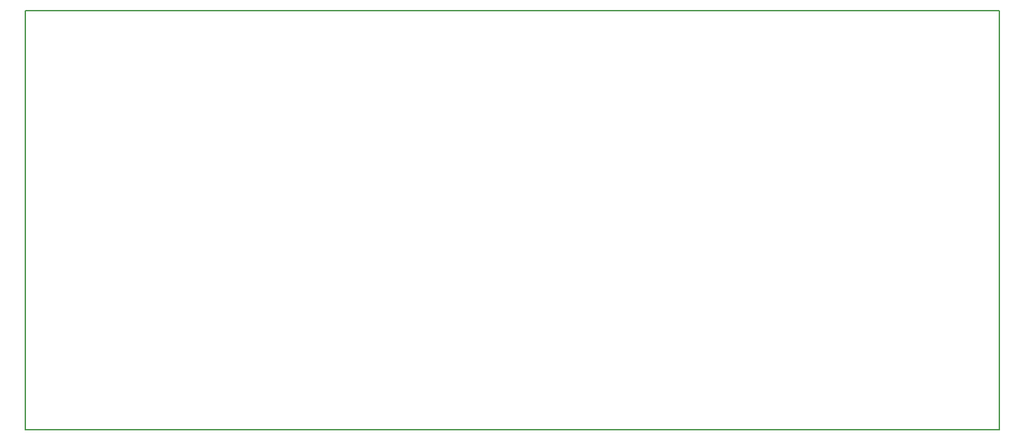
<source format=gm1>
G04 #@! TF.FileFunction,Profile,NP*
%FSLAX46Y46*%
G04 Gerber Fmt 4.6, Leading zero omitted, Abs format (unit mm)*
G04 Created by KiCad (PCBNEW 4.0.7) date 03/21/18 18:24:30*
%MOMM*%
%LPD*%
G01*
G04 APERTURE LIST*
%ADD10C,0.100000*%
%ADD11C,0.150000*%
G04 APERTURE END LIST*
D10*
D11*
X234823000Y-73025000D02*
X110998000Y-73025000D01*
X110998000Y-126365000D02*
X234823000Y-126365000D01*
X234823000Y-73025000D02*
X234823000Y-126365000D01*
X110998000Y-126365000D02*
X110998000Y-73025000D01*
M02*

</source>
